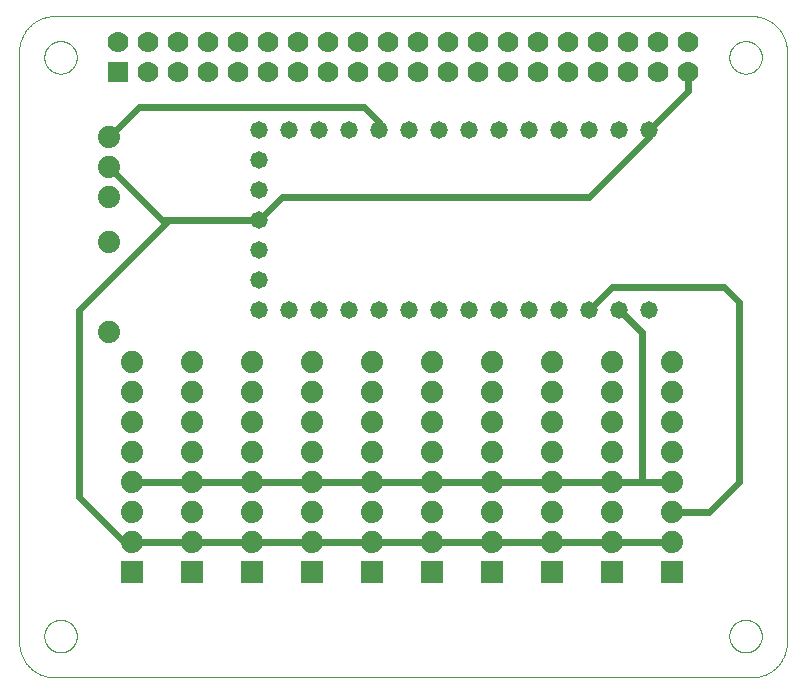
<source format=gbl>
G75*
%MOIN*%
%OFA0B0*%
%FSLAX25Y25*%
%IPPOS*%
%LPD*%
%AMOC8*
5,1,8,0,0,1.08239X$1,22.5*
%
%ADD10C,0.05800*%
%ADD11R,0.07400X0.07400*%
%ADD12C,0.07400*%
%ADD13C,0.00000*%
%ADD14R,0.07000X0.07000*%
%ADD15C,0.07000*%
%ADD16C,0.02400*%
D10*
X0085000Y0127500D03*
X0085000Y0137500D03*
X0095000Y0127500D03*
X0105000Y0127500D03*
X0115000Y0127500D03*
X0125000Y0127500D03*
X0135000Y0127500D03*
X0145000Y0127500D03*
X0155000Y0127500D03*
X0165000Y0127500D03*
X0175000Y0127500D03*
X0185000Y0127500D03*
X0195000Y0127500D03*
X0205000Y0127500D03*
X0215000Y0127500D03*
X0215000Y0187500D03*
X0205000Y0187500D03*
X0195000Y0187500D03*
X0185000Y0187500D03*
X0175000Y0187500D03*
X0165000Y0187500D03*
X0155000Y0187500D03*
X0145000Y0187500D03*
X0135000Y0187500D03*
X0125000Y0187500D03*
X0115000Y0187500D03*
X0105000Y0187500D03*
X0095000Y0187500D03*
X0085000Y0187500D03*
X0085000Y0177500D03*
X0085000Y0167500D03*
X0085000Y0157500D03*
X0085000Y0147500D03*
D11*
X0082500Y0040000D03*
X0062500Y0040000D03*
X0042500Y0040000D03*
X0102500Y0040000D03*
X0122500Y0040000D03*
X0142500Y0040000D03*
X0162500Y0040000D03*
X0182500Y0040000D03*
X0202500Y0040000D03*
X0222500Y0040000D03*
D12*
X0222500Y0050000D03*
X0222500Y0060000D03*
X0222500Y0070000D03*
X0222500Y0080000D03*
X0222500Y0090000D03*
X0222500Y0100000D03*
X0222500Y0110000D03*
X0202500Y0110000D03*
X0202500Y0100000D03*
X0202500Y0090000D03*
X0202500Y0080000D03*
X0202500Y0070000D03*
X0202500Y0060000D03*
X0202500Y0050000D03*
X0182500Y0050000D03*
X0182500Y0060000D03*
X0182500Y0070000D03*
X0182500Y0080000D03*
X0182500Y0090000D03*
X0182500Y0100000D03*
X0182500Y0110000D03*
X0162500Y0110000D03*
X0162500Y0100000D03*
X0162500Y0090000D03*
X0162500Y0080000D03*
X0162500Y0070000D03*
X0162500Y0060000D03*
X0162500Y0050000D03*
X0142500Y0050000D03*
X0142500Y0060000D03*
X0142500Y0070000D03*
X0142500Y0080000D03*
X0142500Y0090000D03*
X0142500Y0100000D03*
X0142500Y0110000D03*
X0122500Y0110000D03*
X0122500Y0100000D03*
X0122500Y0090000D03*
X0122500Y0080000D03*
X0122500Y0070000D03*
X0122500Y0060000D03*
X0122500Y0050000D03*
X0102500Y0050000D03*
X0102500Y0060000D03*
X0102500Y0070000D03*
X0102500Y0080000D03*
X0102500Y0090000D03*
X0102500Y0100000D03*
X0102500Y0110000D03*
X0082500Y0110000D03*
X0082500Y0100000D03*
X0082500Y0090000D03*
X0082500Y0080000D03*
X0082500Y0070000D03*
X0082500Y0060000D03*
X0082500Y0050000D03*
X0062500Y0050000D03*
X0062500Y0060000D03*
X0062500Y0070000D03*
X0062500Y0080000D03*
X0062500Y0090000D03*
X0062500Y0100000D03*
X0062500Y0110000D03*
X0042500Y0110000D03*
X0042500Y0100000D03*
X0042500Y0090000D03*
X0042500Y0080000D03*
X0042500Y0070000D03*
X0042500Y0060000D03*
X0042500Y0050000D03*
X0035000Y0120000D03*
X0035000Y0150000D03*
X0035000Y0165000D03*
X0035000Y0175000D03*
X0035000Y0185000D03*
D13*
X0016811Y0005000D02*
X0249094Y0005000D01*
X0249379Y0005003D01*
X0249665Y0005014D01*
X0249950Y0005031D01*
X0250234Y0005055D01*
X0250518Y0005086D01*
X0250801Y0005124D01*
X0251082Y0005169D01*
X0251363Y0005220D01*
X0251643Y0005278D01*
X0251921Y0005343D01*
X0252197Y0005415D01*
X0252471Y0005493D01*
X0252744Y0005578D01*
X0253014Y0005670D01*
X0253282Y0005768D01*
X0253548Y0005872D01*
X0253811Y0005983D01*
X0254071Y0006100D01*
X0254329Y0006223D01*
X0254583Y0006353D01*
X0254834Y0006489D01*
X0255082Y0006630D01*
X0255326Y0006778D01*
X0255567Y0006931D01*
X0255803Y0007091D01*
X0256036Y0007256D01*
X0256265Y0007426D01*
X0256490Y0007602D01*
X0256710Y0007784D01*
X0256926Y0007970D01*
X0257137Y0008162D01*
X0257344Y0008359D01*
X0257546Y0008561D01*
X0257743Y0008768D01*
X0257935Y0008979D01*
X0258121Y0009195D01*
X0258303Y0009415D01*
X0258479Y0009640D01*
X0258649Y0009869D01*
X0258814Y0010102D01*
X0258974Y0010338D01*
X0259127Y0010579D01*
X0259275Y0010823D01*
X0259416Y0011071D01*
X0259552Y0011322D01*
X0259682Y0011576D01*
X0259805Y0011834D01*
X0259922Y0012094D01*
X0260033Y0012357D01*
X0260137Y0012623D01*
X0260235Y0012891D01*
X0260327Y0013161D01*
X0260412Y0013434D01*
X0260490Y0013708D01*
X0260562Y0013984D01*
X0260627Y0014262D01*
X0260685Y0014542D01*
X0260736Y0014823D01*
X0260781Y0015104D01*
X0260819Y0015387D01*
X0260850Y0015671D01*
X0260874Y0015955D01*
X0260891Y0016240D01*
X0260902Y0016526D01*
X0260905Y0016811D01*
X0260906Y0016811D02*
X0260906Y0213661D01*
X0260905Y0213661D02*
X0260902Y0213946D01*
X0260891Y0214232D01*
X0260874Y0214517D01*
X0260850Y0214801D01*
X0260819Y0215085D01*
X0260781Y0215368D01*
X0260736Y0215649D01*
X0260685Y0215930D01*
X0260627Y0216210D01*
X0260562Y0216488D01*
X0260490Y0216764D01*
X0260412Y0217038D01*
X0260327Y0217311D01*
X0260235Y0217581D01*
X0260137Y0217849D01*
X0260033Y0218115D01*
X0259922Y0218378D01*
X0259805Y0218638D01*
X0259682Y0218896D01*
X0259552Y0219150D01*
X0259416Y0219401D01*
X0259275Y0219649D01*
X0259127Y0219893D01*
X0258974Y0220134D01*
X0258814Y0220370D01*
X0258649Y0220603D01*
X0258479Y0220832D01*
X0258303Y0221057D01*
X0258121Y0221277D01*
X0257935Y0221493D01*
X0257743Y0221704D01*
X0257546Y0221911D01*
X0257344Y0222113D01*
X0257137Y0222310D01*
X0256926Y0222502D01*
X0256710Y0222688D01*
X0256490Y0222870D01*
X0256265Y0223046D01*
X0256036Y0223216D01*
X0255803Y0223381D01*
X0255567Y0223541D01*
X0255326Y0223694D01*
X0255082Y0223842D01*
X0254834Y0223983D01*
X0254583Y0224119D01*
X0254329Y0224249D01*
X0254071Y0224372D01*
X0253811Y0224489D01*
X0253548Y0224600D01*
X0253282Y0224704D01*
X0253014Y0224802D01*
X0252744Y0224894D01*
X0252471Y0224979D01*
X0252197Y0225057D01*
X0251921Y0225129D01*
X0251643Y0225194D01*
X0251363Y0225252D01*
X0251082Y0225303D01*
X0250801Y0225348D01*
X0250518Y0225386D01*
X0250234Y0225417D01*
X0249950Y0225441D01*
X0249665Y0225458D01*
X0249379Y0225469D01*
X0249094Y0225472D01*
X0016811Y0225472D01*
X0016526Y0225469D01*
X0016240Y0225458D01*
X0015955Y0225441D01*
X0015671Y0225417D01*
X0015387Y0225386D01*
X0015104Y0225348D01*
X0014823Y0225303D01*
X0014542Y0225252D01*
X0014262Y0225194D01*
X0013984Y0225129D01*
X0013708Y0225057D01*
X0013434Y0224979D01*
X0013161Y0224894D01*
X0012891Y0224802D01*
X0012623Y0224704D01*
X0012357Y0224600D01*
X0012094Y0224489D01*
X0011834Y0224372D01*
X0011576Y0224249D01*
X0011322Y0224119D01*
X0011071Y0223983D01*
X0010823Y0223842D01*
X0010579Y0223694D01*
X0010338Y0223541D01*
X0010102Y0223381D01*
X0009869Y0223216D01*
X0009640Y0223046D01*
X0009415Y0222870D01*
X0009195Y0222688D01*
X0008979Y0222502D01*
X0008768Y0222310D01*
X0008561Y0222113D01*
X0008359Y0221911D01*
X0008162Y0221704D01*
X0007970Y0221493D01*
X0007784Y0221277D01*
X0007602Y0221057D01*
X0007426Y0220832D01*
X0007256Y0220603D01*
X0007091Y0220370D01*
X0006931Y0220134D01*
X0006778Y0219893D01*
X0006630Y0219649D01*
X0006489Y0219401D01*
X0006353Y0219150D01*
X0006223Y0218896D01*
X0006100Y0218638D01*
X0005983Y0218378D01*
X0005872Y0218115D01*
X0005768Y0217849D01*
X0005670Y0217581D01*
X0005578Y0217311D01*
X0005493Y0217038D01*
X0005415Y0216764D01*
X0005343Y0216488D01*
X0005278Y0216210D01*
X0005220Y0215930D01*
X0005169Y0215649D01*
X0005124Y0215368D01*
X0005086Y0215085D01*
X0005055Y0214801D01*
X0005031Y0214517D01*
X0005014Y0214232D01*
X0005003Y0213946D01*
X0005000Y0213661D01*
X0005000Y0016811D01*
X0005003Y0016526D01*
X0005014Y0016240D01*
X0005031Y0015955D01*
X0005055Y0015671D01*
X0005086Y0015387D01*
X0005124Y0015104D01*
X0005169Y0014823D01*
X0005220Y0014542D01*
X0005278Y0014262D01*
X0005343Y0013984D01*
X0005415Y0013708D01*
X0005493Y0013434D01*
X0005578Y0013161D01*
X0005670Y0012891D01*
X0005768Y0012623D01*
X0005872Y0012357D01*
X0005983Y0012094D01*
X0006100Y0011834D01*
X0006223Y0011576D01*
X0006353Y0011322D01*
X0006489Y0011071D01*
X0006630Y0010823D01*
X0006778Y0010579D01*
X0006931Y0010338D01*
X0007091Y0010102D01*
X0007256Y0009869D01*
X0007426Y0009640D01*
X0007602Y0009415D01*
X0007784Y0009195D01*
X0007970Y0008979D01*
X0008162Y0008768D01*
X0008359Y0008561D01*
X0008561Y0008359D01*
X0008768Y0008162D01*
X0008979Y0007970D01*
X0009195Y0007784D01*
X0009415Y0007602D01*
X0009640Y0007426D01*
X0009869Y0007256D01*
X0010102Y0007091D01*
X0010338Y0006931D01*
X0010579Y0006778D01*
X0010823Y0006630D01*
X0011071Y0006489D01*
X0011322Y0006353D01*
X0011576Y0006223D01*
X0011834Y0006100D01*
X0012094Y0005983D01*
X0012357Y0005872D01*
X0012623Y0005768D01*
X0012891Y0005670D01*
X0013161Y0005578D01*
X0013434Y0005493D01*
X0013708Y0005415D01*
X0013984Y0005343D01*
X0014262Y0005278D01*
X0014542Y0005220D01*
X0014823Y0005169D01*
X0015104Y0005124D01*
X0015387Y0005086D01*
X0015671Y0005055D01*
X0015955Y0005031D01*
X0016240Y0005014D01*
X0016526Y0005003D01*
X0016811Y0005000D01*
X0013367Y0018780D02*
X0013369Y0018927D01*
X0013375Y0019073D01*
X0013385Y0019219D01*
X0013399Y0019365D01*
X0013417Y0019511D01*
X0013438Y0019656D01*
X0013464Y0019800D01*
X0013494Y0019944D01*
X0013527Y0020086D01*
X0013564Y0020228D01*
X0013605Y0020369D01*
X0013650Y0020508D01*
X0013699Y0020647D01*
X0013751Y0020784D01*
X0013808Y0020919D01*
X0013867Y0021053D01*
X0013931Y0021185D01*
X0013998Y0021315D01*
X0014068Y0021444D01*
X0014142Y0021571D01*
X0014219Y0021695D01*
X0014300Y0021818D01*
X0014384Y0021938D01*
X0014471Y0022056D01*
X0014561Y0022171D01*
X0014654Y0022284D01*
X0014751Y0022395D01*
X0014850Y0022503D01*
X0014952Y0022608D01*
X0015057Y0022710D01*
X0015165Y0022809D01*
X0015276Y0022906D01*
X0015389Y0022999D01*
X0015504Y0023089D01*
X0015622Y0023176D01*
X0015742Y0023260D01*
X0015865Y0023341D01*
X0015989Y0023418D01*
X0016116Y0023492D01*
X0016245Y0023562D01*
X0016375Y0023629D01*
X0016507Y0023693D01*
X0016641Y0023752D01*
X0016776Y0023809D01*
X0016913Y0023861D01*
X0017052Y0023910D01*
X0017191Y0023955D01*
X0017332Y0023996D01*
X0017474Y0024033D01*
X0017616Y0024066D01*
X0017760Y0024096D01*
X0017904Y0024122D01*
X0018049Y0024143D01*
X0018195Y0024161D01*
X0018341Y0024175D01*
X0018487Y0024185D01*
X0018633Y0024191D01*
X0018780Y0024193D01*
X0018927Y0024191D01*
X0019073Y0024185D01*
X0019219Y0024175D01*
X0019365Y0024161D01*
X0019511Y0024143D01*
X0019656Y0024122D01*
X0019800Y0024096D01*
X0019944Y0024066D01*
X0020086Y0024033D01*
X0020228Y0023996D01*
X0020369Y0023955D01*
X0020508Y0023910D01*
X0020647Y0023861D01*
X0020784Y0023809D01*
X0020919Y0023752D01*
X0021053Y0023693D01*
X0021185Y0023629D01*
X0021315Y0023562D01*
X0021444Y0023492D01*
X0021571Y0023418D01*
X0021695Y0023341D01*
X0021818Y0023260D01*
X0021938Y0023176D01*
X0022056Y0023089D01*
X0022171Y0022999D01*
X0022284Y0022906D01*
X0022395Y0022809D01*
X0022503Y0022710D01*
X0022608Y0022608D01*
X0022710Y0022503D01*
X0022809Y0022395D01*
X0022906Y0022284D01*
X0022999Y0022171D01*
X0023089Y0022056D01*
X0023176Y0021938D01*
X0023260Y0021818D01*
X0023341Y0021695D01*
X0023418Y0021571D01*
X0023492Y0021444D01*
X0023562Y0021315D01*
X0023629Y0021185D01*
X0023693Y0021053D01*
X0023752Y0020919D01*
X0023809Y0020784D01*
X0023861Y0020647D01*
X0023910Y0020508D01*
X0023955Y0020369D01*
X0023996Y0020228D01*
X0024033Y0020086D01*
X0024066Y0019944D01*
X0024096Y0019800D01*
X0024122Y0019656D01*
X0024143Y0019511D01*
X0024161Y0019365D01*
X0024175Y0019219D01*
X0024185Y0019073D01*
X0024191Y0018927D01*
X0024193Y0018780D01*
X0024191Y0018633D01*
X0024185Y0018487D01*
X0024175Y0018341D01*
X0024161Y0018195D01*
X0024143Y0018049D01*
X0024122Y0017904D01*
X0024096Y0017760D01*
X0024066Y0017616D01*
X0024033Y0017474D01*
X0023996Y0017332D01*
X0023955Y0017191D01*
X0023910Y0017052D01*
X0023861Y0016913D01*
X0023809Y0016776D01*
X0023752Y0016641D01*
X0023693Y0016507D01*
X0023629Y0016375D01*
X0023562Y0016245D01*
X0023492Y0016116D01*
X0023418Y0015989D01*
X0023341Y0015865D01*
X0023260Y0015742D01*
X0023176Y0015622D01*
X0023089Y0015504D01*
X0022999Y0015389D01*
X0022906Y0015276D01*
X0022809Y0015165D01*
X0022710Y0015057D01*
X0022608Y0014952D01*
X0022503Y0014850D01*
X0022395Y0014751D01*
X0022284Y0014654D01*
X0022171Y0014561D01*
X0022056Y0014471D01*
X0021938Y0014384D01*
X0021818Y0014300D01*
X0021695Y0014219D01*
X0021571Y0014142D01*
X0021444Y0014068D01*
X0021315Y0013998D01*
X0021185Y0013931D01*
X0021053Y0013867D01*
X0020919Y0013808D01*
X0020784Y0013751D01*
X0020647Y0013699D01*
X0020508Y0013650D01*
X0020369Y0013605D01*
X0020228Y0013564D01*
X0020086Y0013527D01*
X0019944Y0013494D01*
X0019800Y0013464D01*
X0019656Y0013438D01*
X0019511Y0013417D01*
X0019365Y0013399D01*
X0019219Y0013385D01*
X0019073Y0013375D01*
X0018927Y0013369D01*
X0018780Y0013367D01*
X0018633Y0013369D01*
X0018487Y0013375D01*
X0018341Y0013385D01*
X0018195Y0013399D01*
X0018049Y0013417D01*
X0017904Y0013438D01*
X0017760Y0013464D01*
X0017616Y0013494D01*
X0017474Y0013527D01*
X0017332Y0013564D01*
X0017191Y0013605D01*
X0017052Y0013650D01*
X0016913Y0013699D01*
X0016776Y0013751D01*
X0016641Y0013808D01*
X0016507Y0013867D01*
X0016375Y0013931D01*
X0016245Y0013998D01*
X0016116Y0014068D01*
X0015989Y0014142D01*
X0015865Y0014219D01*
X0015742Y0014300D01*
X0015622Y0014384D01*
X0015504Y0014471D01*
X0015389Y0014561D01*
X0015276Y0014654D01*
X0015165Y0014751D01*
X0015057Y0014850D01*
X0014952Y0014952D01*
X0014850Y0015057D01*
X0014751Y0015165D01*
X0014654Y0015276D01*
X0014561Y0015389D01*
X0014471Y0015504D01*
X0014384Y0015622D01*
X0014300Y0015742D01*
X0014219Y0015865D01*
X0014142Y0015989D01*
X0014068Y0016116D01*
X0013998Y0016245D01*
X0013931Y0016375D01*
X0013867Y0016507D01*
X0013808Y0016641D01*
X0013751Y0016776D01*
X0013699Y0016913D01*
X0013650Y0017052D01*
X0013605Y0017191D01*
X0013564Y0017332D01*
X0013527Y0017474D01*
X0013494Y0017616D01*
X0013464Y0017760D01*
X0013438Y0017904D01*
X0013417Y0018049D01*
X0013399Y0018195D01*
X0013385Y0018341D01*
X0013375Y0018487D01*
X0013369Y0018633D01*
X0013367Y0018780D01*
X0013367Y0211693D02*
X0013369Y0211840D01*
X0013375Y0211986D01*
X0013385Y0212132D01*
X0013399Y0212278D01*
X0013417Y0212424D01*
X0013438Y0212569D01*
X0013464Y0212713D01*
X0013494Y0212857D01*
X0013527Y0212999D01*
X0013564Y0213141D01*
X0013605Y0213282D01*
X0013650Y0213421D01*
X0013699Y0213560D01*
X0013751Y0213697D01*
X0013808Y0213832D01*
X0013867Y0213966D01*
X0013931Y0214098D01*
X0013998Y0214228D01*
X0014068Y0214357D01*
X0014142Y0214484D01*
X0014219Y0214608D01*
X0014300Y0214731D01*
X0014384Y0214851D01*
X0014471Y0214969D01*
X0014561Y0215084D01*
X0014654Y0215197D01*
X0014751Y0215308D01*
X0014850Y0215416D01*
X0014952Y0215521D01*
X0015057Y0215623D01*
X0015165Y0215722D01*
X0015276Y0215819D01*
X0015389Y0215912D01*
X0015504Y0216002D01*
X0015622Y0216089D01*
X0015742Y0216173D01*
X0015865Y0216254D01*
X0015989Y0216331D01*
X0016116Y0216405D01*
X0016245Y0216475D01*
X0016375Y0216542D01*
X0016507Y0216606D01*
X0016641Y0216665D01*
X0016776Y0216722D01*
X0016913Y0216774D01*
X0017052Y0216823D01*
X0017191Y0216868D01*
X0017332Y0216909D01*
X0017474Y0216946D01*
X0017616Y0216979D01*
X0017760Y0217009D01*
X0017904Y0217035D01*
X0018049Y0217056D01*
X0018195Y0217074D01*
X0018341Y0217088D01*
X0018487Y0217098D01*
X0018633Y0217104D01*
X0018780Y0217106D01*
X0018927Y0217104D01*
X0019073Y0217098D01*
X0019219Y0217088D01*
X0019365Y0217074D01*
X0019511Y0217056D01*
X0019656Y0217035D01*
X0019800Y0217009D01*
X0019944Y0216979D01*
X0020086Y0216946D01*
X0020228Y0216909D01*
X0020369Y0216868D01*
X0020508Y0216823D01*
X0020647Y0216774D01*
X0020784Y0216722D01*
X0020919Y0216665D01*
X0021053Y0216606D01*
X0021185Y0216542D01*
X0021315Y0216475D01*
X0021444Y0216405D01*
X0021571Y0216331D01*
X0021695Y0216254D01*
X0021818Y0216173D01*
X0021938Y0216089D01*
X0022056Y0216002D01*
X0022171Y0215912D01*
X0022284Y0215819D01*
X0022395Y0215722D01*
X0022503Y0215623D01*
X0022608Y0215521D01*
X0022710Y0215416D01*
X0022809Y0215308D01*
X0022906Y0215197D01*
X0022999Y0215084D01*
X0023089Y0214969D01*
X0023176Y0214851D01*
X0023260Y0214731D01*
X0023341Y0214608D01*
X0023418Y0214484D01*
X0023492Y0214357D01*
X0023562Y0214228D01*
X0023629Y0214098D01*
X0023693Y0213966D01*
X0023752Y0213832D01*
X0023809Y0213697D01*
X0023861Y0213560D01*
X0023910Y0213421D01*
X0023955Y0213282D01*
X0023996Y0213141D01*
X0024033Y0212999D01*
X0024066Y0212857D01*
X0024096Y0212713D01*
X0024122Y0212569D01*
X0024143Y0212424D01*
X0024161Y0212278D01*
X0024175Y0212132D01*
X0024185Y0211986D01*
X0024191Y0211840D01*
X0024193Y0211693D01*
X0024191Y0211546D01*
X0024185Y0211400D01*
X0024175Y0211254D01*
X0024161Y0211108D01*
X0024143Y0210962D01*
X0024122Y0210817D01*
X0024096Y0210673D01*
X0024066Y0210529D01*
X0024033Y0210387D01*
X0023996Y0210245D01*
X0023955Y0210104D01*
X0023910Y0209965D01*
X0023861Y0209826D01*
X0023809Y0209689D01*
X0023752Y0209554D01*
X0023693Y0209420D01*
X0023629Y0209288D01*
X0023562Y0209158D01*
X0023492Y0209029D01*
X0023418Y0208902D01*
X0023341Y0208778D01*
X0023260Y0208655D01*
X0023176Y0208535D01*
X0023089Y0208417D01*
X0022999Y0208302D01*
X0022906Y0208189D01*
X0022809Y0208078D01*
X0022710Y0207970D01*
X0022608Y0207865D01*
X0022503Y0207763D01*
X0022395Y0207664D01*
X0022284Y0207567D01*
X0022171Y0207474D01*
X0022056Y0207384D01*
X0021938Y0207297D01*
X0021818Y0207213D01*
X0021695Y0207132D01*
X0021571Y0207055D01*
X0021444Y0206981D01*
X0021315Y0206911D01*
X0021185Y0206844D01*
X0021053Y0206780D01*
X0020919Y0206721D01*
X0020784Y0206664D01*
X0020647Y0206612D01*
X0020508Y0206563D01*
X0020369Y0206518D01*
X0020228Y0206477D01*
X0020086Y0206440D01*
X0019944Y0206407D01*
X0019800Y0206377D01*
X0019656Y0206351D01*
X0019511Y0206330D01*
X0019365Y0206312D01*
X0019219Y0206298D01*
X0019073Y0206288D01*
X0018927Y0206282D01*
X0018780Y0206280D01*
X0018633Y0206282D01*
X0018487Y0206288D01*
X0018341Y0206298D01*
X0018195Y0206312D01*
X0018049Y0206330D01*
X0017904Y0206351D01*
X0017760Y0206377D01*
X0017616Y0206407D01*
X0017474Y0206440D01*
X0017332Y0206477D01*
X0017191Y0206518D01*
X0017052Y0206563D01*
X0016913Y0206612D01*
X0016776Y0206664D01*
X0016641Y0206721D01*
X0016507Y0206780D01*
X0016375Y0206844D01*
X0016245Y0206911D01*
X0016116Y0206981D01*
X0015989Y0207055D01*
X0015865Y0207132D01*
X0015742Y0207213D01*
X0015622Y0207297D01*
X0015504Y0207384D01*
X0015389Y0207474D01*
X0015276Y0207567D01*
X0015165Y0207664D01*
X0015057Y0207763D01*
X0014952Y0207865D01*
X0014850Y0207970D01*
X0014751Y0208078D01*
X0014654Y0208189D01*
X0014561Y0208302D01*
X0014471Y0208417D01*
X0014384Y0208535D01*
X0014300Y0208655D01*
X0014219Y0208778D01*
X0014142Y0208902D01*
X0014068Y0209029D01*
X0013998Y0209158D01*
X0013931Y0209288D01*
X0013867Y0209420D01*
X0013808Y0209554D01*
X0013751Y0209689D01*
X0013699Y0209826D01*
X0013650Y0209965D01*
X0013605Y0210104D01*
X0013564Y0210245D01*
X0013527Y0210387D01*
X0013494Y0210529D01*
X0013464Y0210673D01*
X0013438Y0210817D01*
X0013417Y0210962D01*
X0013399Y0211108D01*
X0013385Y0211254D01*
X0013375Y0211400D01*
X0013369Y0211546D01*
X0013367Y0211693D01*
X0241713Y0211693D02*
X0241715Y0211840D01*
X0241721Y0211986D01*
X0241731Y0212132D01*
X0241745Y0212278D01*
X0241763Y0212424D01*
X0241784Y0212569D01*
X0241810Y0212713D01*
X0241840Y0212857D01*
X0241873Y0212999D01*
X0241910Y0213141D01*
X0241951Y0213282D01*
X0241996Y0213421D01*
X0242045Y0213560D01*
X0242097Y0213697D01*
X0242154Y0213832D01*
X0242213Y0213966D01*
X0242277Y0214098D01*
X0242344Y0214228D01*
X0242414Y0214357D01*
X0242488Y0214484D01*
X0242565Y0214608D01*
X0242646Y0214731D01*
X0242730Y0214851D01*
X0242817Y0214969D01*
X0242907Y0215084D01*
X0243000Y0215197D01*
X0243097Y0215308D01*
X0243196Y0215416D01*
X0243298Y0215521D01*
X0243403Y0215623D01*
X0243511Y0215722D01*
X0243622Y0215819D01*
X0243735Y0215912D01*
X0243850Y0216002D01*
X0243968Y0216089D01*
X0244088Y0216173D01*
X0244211Y0216254D01*
X0244335Y0216331D01*
X0244462Y0216405D01*
X0244591Y0216475D01*
X0244721Y0216542D01*
X0244853Y0216606D01*
X0244987Y0216665D01*
X0245122Y0216722D01*
X0245259Y0216774D01*
X0245398Y0216823D01*
X0245537Y0216868D01*
X0245678Y0216909D01*
X0245820Y0216946D01*
X0245962Y0216979D01*
X0246106Y0217009D01*
X0246250Y0217035D01*
X0246395Y0217056D01*
X0246541Y0217074D01*
X0246687Y0217088D01*
X0246833Y0217098D01*
X0246979Y0217104D01*
X0247126Y0217106D01*
X0247273Y0217104D01*
X0247419Y0217098D01*
X0247565Y0217088D01*
X0247711Y0217074D01*
X0247857Y0217056D01*
X0248002Y0217035D01*
X0248146Y0217009D01*
X0248290Y0216979D01*
X0248432Y0216946D01*
X0248574Y0216909D01*
X0248715Y0216868D01*
X0248854Y0216823D01*
X0248993Y0216774D01*
X0249130Y0216722D01*
X0249265Y0216665D01*
X0249399Y0216606D01*
X0249531Y0216542D01*
X0249661Y0216475D01*
X0249790Y0216405D01*
X0249917Y0216331D01*
X0250041Y0216254D01*
X0250164Y0216173D01*
X0250284Y0216089D01*
X0250402Y0216002D01*
X0250517Y0215912D01*
X0250630Y0215819D01*
X0250741Y0215722D01*
X0250849Y0215623D01*
X0250954Y0215521D01*
X0251056Y0215416D01*
X0251155Y0215308D01*
X0251252Y0215197D01*
X0251345Y0215084D01*
X0251435Y0214969D01*
X0251522Y0214851D01*
X0251606Y0214731D01*
X0251687Y0214608D01*
X0251764Y0214484D01*
X0251838Y0214357D01*
X0251908Y0214228D01*
X0251975Y0214098D01*
X0252039Y0213966D01*
X0252098Y0213832D01*
X0252155Y0213697D01*
X0252207Y0213560D01*
X0252256Y0213421D01*
X0252301Y0213282D01*
X0252342Y0213141D01*
X0252379Y0212999D01*
X0252412Y0212857D01*
X0252442Y0212713D01*
X0252468Y0212569D01*
X0252489Y0212424D01*
X0252507Y0212278D01*
X0252521Y0212132D01*
X0252531Y0211986D01*
X0252537Y0211840D01*
X0252539Y0211693D01*
X0252537Y0211546D01*
X0252531Y0211400D01*
X0252521Y0211254D01*
X0252507Y0211108D01*
X0252489Y0210962D01*
X0252468Y0210817D01*
X0252442Y0210673D01*
X0252412Y0210529D01*
X0252379Y0210387D01*
X0252342Y0210245D01*
X0252301Y0210104D01*
X0252256Y0209965D01*
X0252207Y0209826D01*
X0252155Y0209689D01*
X0252098Y0209554D01*
X0252039Y0209420D01*
X0251975Y0209288D01*
X0251908Y0209158D01*
X0251838Y0209029D01*
X0251764Y0208902D01*
X0251687Y0208778D01*
X0251606Y0208655D01*
X0251522Y0208535D01*
X0251435Y0208417D01*
X0251345Y0208302D01*
X0251252Y0208189D01*
X0251155Y0208078D01*
X0251056Y0207970D01*
X0250954Y0207865D01*
X0250849Y0207763D01*
X0250741Y0207664D01*
X0250630Y0207567D01*
X0250517Y0207474D01*
X0250402Y0207384D01*
X0250284Y0207297D01*
X0250164Y0207213D01*
X0250041Y0207132D01*
X0249917Y0207055D01*
X0249790Y0206981D01*
X0249661Y0206911D01*
X0249531Y0206844D01*
X0249399Y0206780D01*
X0249265Y0206721D01*
X0249130Y0206664D01*
X0248993Y0206612D01*
X0248854Y0206563D01*
X0248715Y0206518D01*
X0248574Y0206477D01*
X0248432Y0206440D01*
X0248290Y0206407D01*
X0248146Y0206377D01*
X0248002Y0206351D01*
X0247857Y0206330D01*
X0247711Y0206312D01*
X0247565Y0206298D01*
X0247419Y0206288D01*
X0247273Y0206282D01*
X0247126Y0206280D01*
X0246979Y0206282D01*
X0246833Y0206288D01*
X0246687Y0206298D01*
X0246541Y0206312D01*
X0246395Y0206330D01*
X0246250Y0206351D01*
X0246106Y0206377D01*
X0245962Y0206407D01*
X0245820Y0206440D01*
X0245678Y0206477D01*
X0245537Y0206518D01*
X0245398Y0206563D01*
X0245259Y0206612D01*
X0245122Y0206664D01*
X0244987Y0206721D01*
X0244853Y0206780D01*
X0244721Y0206844D01*
X0244591Y0206911D01*
X0244462Y0206981D01*
X0244335Y0207055D01*
X0244211Y0207132D01*
X0244088Y0207213D01*
X0243968Y0207297D01*
X0243850Y0207384D01*
X0243735Y0207474D01*
X0243622Y0207567D01*
X0243511Y0207664D01*
X0243403Y0207763D01*
X0243298Y0207865D01*
X0243196Y0207970D01*
X0243097Y0208078D01*
X0243000Y0208189D01*
X0242907Y0208302D01*
X0242817Y0208417D01*
X0242730Y0208535D01*
X0242646Y0208655D01*
X0242565Y0208778D01*
X0242488Y0208902D01*
X0242414Y0209029D01*
X0242344Y0209158D01*
X0242277Y0209288D01*
X0242213Y0209420D01*
X0242154Y0209554D01*
X0242097Y0209689D01*
X0242045Y0209826D01*
X0241996Y0209965D01*
X0241951Y0210104D01*
X0241910Y0210245D01*
X0241873Y0210387D01*
X0241840Y0210529D01*
X0241810Y0210673D01*
X0241784Y0210817D01*
X0241763Y0210962D01*
X0241745Y0211108D01*
X0241731Y0211254D01*
X0241721Y0211400D01*
X0241715Y0211546D01*
X0241713Y0211693D01*
X0241713Y0018780D02*
X0241715Y0018927D01*
X0241721Y0019073D01*
X0241731Y0019219D01*
X0241745Y0019365D01*
X0241763Y0019511D01*
X0241784Y0019656D01*
X0241810Y0019800D01*
X0241840Y0019944D01*
X0241873Y0020086D01*
X0241910Y0020228D01*
X0241951Y0020369D01*
X0241996Y0020508D01*
X0242045Y0020647D01*
X0242097Y0020784D01*
X0242154Y0020919D01*
X0242213Y0021053D01*
X0242277Y0021185D01*
X0242344Y0021315D01*
X0242414Y0021444D01*
X0242488Y0021571D01*
X0242565Y0021695D01*
X0242646Y0021818D01*
X0242730Y0021938D01*
X0242817Y0022056D01*
X0242907Y0022171D01*
X0243000Y0022284D01*
X0243097Y0022395D01*
X0243196Y0022503D01*
X0243298Y0022608D01*
X0243403Y0022710D01*
X0243511Y0022809D01*
X0243622Y0022906D01*
X0243735Y0022999D01*
X0243850Y0023089D01*
X0243968Y0023176D01*
X0244088Y0023260D01*
X0244211Y0023341D01*
X0244335Y0023418D01*
X0244462Y0023492D01*
X0244591Y0023562D01*
X0244721Y0023629D01*
X0244853Y0023693D01*
X0244987Y0023752D01*
X0245122Y0023809D01*
X0245259Y0023861D01*
X0245398Y0023910D01*
X0245537Y0023955D01*
X0245678Y0023996D01*
X0245820Y0024033D01*
X0245962Y0024066D01*
X0246106Y0024096D01*
X0246250Y0024122D01*
X0246395Y0024143D01*
X0246541Y0024161D01*
X0246687Y0024175D01*
X0246833Y0024185D01*
X0246979Y0024191D01*
X0247126Y0024193D01*
X0247273Y0024191D01*
X0247419Y0024185D01*
X0247565Y0024175D01*
X0247711Y0024161D01*
X0247857Y0024143D01*
X0248002Y0024122D01*
X0248146Y0024096D01*
X0248290Y0024066D01*
X0248432Y0024033D01*
X0248574Y0023996D01*
X0248715Y0023955D01*
X0248854Y0023910D01*
X0248993Y0023861D01*
X0249130Y0023809D01*
X0249265Y0023752D01*
X0249399Y0023693D01*
X0249531Y0023629D01*
X0249661Y0023562D01*
X0249790Y0023492D01*
X0249917Y0023418D01*
X0250041Y0023341D01*
X0250164Y0023260D01*
X0250284Y0023176D01*
X0250402Y0023089D01*
X0250517Y0022999D01*
X0250630Y0022906D01*
X0250741Y0022809D01*
X0250849Y0022710D01*
X0250954Y0022608D01*
X0251056Y0022503D01*
X0251155Y0022395D01*
X0251252Y0022284D01*
X0251345Y0022171D01*
X0251435Y0022056D01*
X0251522Y0021938D01*
X0251606Y0021818D01*
X0251687Y0021695D01*
X0251764Y0021571D01*
X0251838Y0021444D01*
X0251908Y0021315D01*
X0251975Y0021185D01*
X0252039Y0021053D01*
X0252098Y0020919D01*
X0252155Y0020784D01*
X0252207Y0020647D01*
X0252256Y0020508D01*
X0252301Y0020369D01*
X0252342Y0020228D01*
X0252379Y0020086D01*
X0252412Y0019944D01*
X0252442Y0019800D01*
X0252468Y0019656D01*
X0252489Y0019511D01*
X0252507Y0019365D01*
X0252521Y0019219D01*
X0252531Y0019073D01*
X0252537Y0018927D01*
X0252539Y0018780D01*
X0252537Y0018633D01*
X0252531Y0018487D01*
X0252521Y0018341D01*
X0252507Y0018195D01*
X0252489Y0018049D01*
X0252468Y0017904D01*
X0252442Y0017760D01*
X0252412Y0017616D01*
X0252379Y0017474D01*
X0252342Y0017332D01*
X0252301Y0017191D01*
X0252256Y0017052D01*
X0252207Y0016913D01*
X0252155Y0016776D01*
X0252098Y0016641D01*
X0252039Y0016507D01*
X0251975Y0016375D01*
X0251908Y0016245D01*
X0251838Y0016116D01*
X0251764Y0015989D01*
X0251687Y0015865D01*
X0251606Y0015742D01*
X0251522Y0015622D01*
X0251435Y0015504D01*
X0251345Y0015389D01*
X0251252Y0015276D01*
X0251155Y0015165D01*
X0251056Y0015057D01*
X0250954Y0014952D01*
X0250849Y0014850D01*
X0250741Y0014751D01*
X0250630Y0014654D01*
X0250517Y0014561D01*
X0250402Y0014471D01*
X0250284Y0014384D01*
X0250164Y0014300D01*
X0250041Y0014219D01*
X0249917Y0014142D01*
X0249790Y0014068D01*
X0249661Y0013998D01*
X0249531Y0013931D01*
X0249399Y0013867D01*
X0249265Y0013808D01*
X0249130Y0013751D01*
X0248993Y0013699D01*
X0248854Y0013650D01*
X0248715Y0013605D01*
X0248574Y0013564D01*
X0248432Y0013527D01*
X0248290Y0013494D01*
X0248146Y0013464D01*
X0248002Y0013438D01*
X0247857Y0013417D01*
X0247711Y0013399D01*
X0247565Y0013385D01*
X0247419Y0013375D01*
X0247273Y0013369D01*
X0247126Y0013367D01*
X0246979Y0013369D01*
X0246833Y0013375D01*
X0246687Y0013385D01*
X0246541Y0013399D01*
X0246395Y0013417D01*
X0246250Y0013438D01*
X0246106Y0013464D01*
X0245962Y0013494D01*
X0245820Y0013527D01*
X0245678Y0013564D01*
X0245537Y0013605D01*
X0245398Y0013650D01*
X0245259Y0013699D01*
X0245122Y0013751D01*
X0244987Y0013808D01*
X0244853Y0013867D01*
X0244721Y0013931D01*
X0244591Y0013998D01*
X0244462Y0014068D01*
X0244335Y0014142D01*
X0244211Y0014219D01*
X0244088Y0014300D01*
X0243968Y0014384D01*
X0243850Y0014471D01*
X0243735Y0014561D01*
X0243622Y0014654D01*
X0243511Y0014751D01*
X0243403Y0014850D01*
X0243298Y0014952D01*
X0243196Y0015057D01*
X0243097Y0015165D01*
X0243000Y0015276D01*
X0242907Y0015389D01*
X0242817Y0015504D01*
X0242730Y0015622D01*
X0242646Y0015742D01*
X0242565Y0015865D01*
X0242488Y0015989D01*
X0242414Y0016116D01*
X0242344Y0016245D01*
X0242277Y0016375D01*
X0242213Y0016507D01*
X0242154Y0016641D01*
X0242097Y0016776D01*
X0242045Y0016913D01*
X0241996Y0017052D01*
X0241951Y0017191D01*
X0241910Y0017332D01*
X0241873Y0017474D01*
X0241840Y0017616D01*
X0241810Y0017760D01*
X0241784Y0017904D01*
X0241763Y0018049D01*
X0241745Y0018195D01*
X0241731Y0018341D01*
X0241721Y0018487D01*
X0241715Y0018633D01*
X0241713Y0018780D01*
D14*
X0037953Y0206693D03*
D15*
X0047953Y0206693D03*
X0057953Y0206693D03*
X0067953Y0206693D03*
X0077953Y0206693D03*
X0087953Y0206693D03*
X0097953Y0206693D03*
X0107953Y0206693D03*
X0117953Y0206693D03*
X0127953Y0206693D03*
X0137953Y0206693D03*
X0147953Y0206693D03*
X0157953Y0206693D03*
X0167953Y0206693D03*
X0177953Y0206693D03*
X0187953Y0206693D03*
X0197953Y0206693D03*
X0207953Y0206693D03*
X0217953Y0206693D03*
X0227953Y0206693D03*
X0227953Y0216693D03*
X0217953Y0216693D03*
X0207953Y0216693D03*
X0197953Y0216693D03*
X0187953Y0216693D03*
X0177953Y0216693D03*
X0167953Y0216693D03*
X0157953Y0216693D03*
X0147953Y0216693D03*
X0137953Y0216693D03*
X0127953Y0216693D03*
X0117953Y0216693D03*
X0107953Y0216693D03*
X0097953Y0216693D03*
X0087953Y0216693D03*
X0077953Y0216693D03*
X0067953Y0216693D03*
X0057953Y0216693D03*
X0047953Y0216693D03*
X0037953Y0216693D03*
D16*
X0045000Y0195000D02*
X0120000Y0195000D01*
X0125000Y0190000D01*
X0125000Y0187500D01*
X0092500Y0165000D02*
X0195000Y0165000D01*
X0215000Y0185000D01*
X0215000Y0187500D01*
X0227953Y0200453D01*
X0227953Y0206693D01*
X0240000Y0135000D02*
X0202500Y0135000D01*
X0195000Y0127500D01*
X0205000Y0127500D02*
X0212500Y0120000D01*
X0212500Y0070000D01*
X0222500Y0070000D01*
X0212500Y0070000D02*
X0202500Y0070000D01*
X0182500Y0070000D01*
X0162500Y0070000D01*
X0142500Y0070000D01*
X0122500Y0070000D01*
X0102500Y0070000D01*
X0082500Y0070000D01*
X0062500Y0070000D01*
X0042500Y0070000D01*
X0025000Y0065000D02*
X0025000Y0127500D01*
X0055000Y0157500D01*
X0085000Y0157500D01*
X0092500Y0165000D01*
X0055000Y0157500D02*
X0052500Y0157500D01*
X0035000Y0175000D01*
X0035000Y0185000D02*
X0045000Y0195000D01*
X0025000Y0065000D02*
X0040000Y0050000D01*
X0042500Y0050000D01*
X0062500Y0050000D01*
X0082500Y0050000D01*
X0102500Y0050000D01*
X0122500Y0050000D01*
X0142500Y0050000D01*
X0162500Y0050000D01*
X0182500Y0050000D01*
X0202500Y0050000D01*
X0222500Y0050000D01*
X0222500Y0060000D02*
X0235000Y0060000D01*
X0245000Y0070000D01*
X0245000Y0130000D01*
X0240000Y0135000D01*
M02*

</source>
